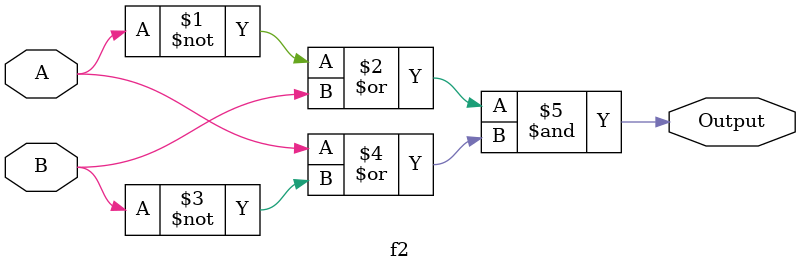
<source format=v>
`timescale 1ns / 1ps


module f2(
    input A,
    input B,
    output Output
    );
    
    assign Output = (~A | B) & (A | ~B);
    
endmodule

</source>
